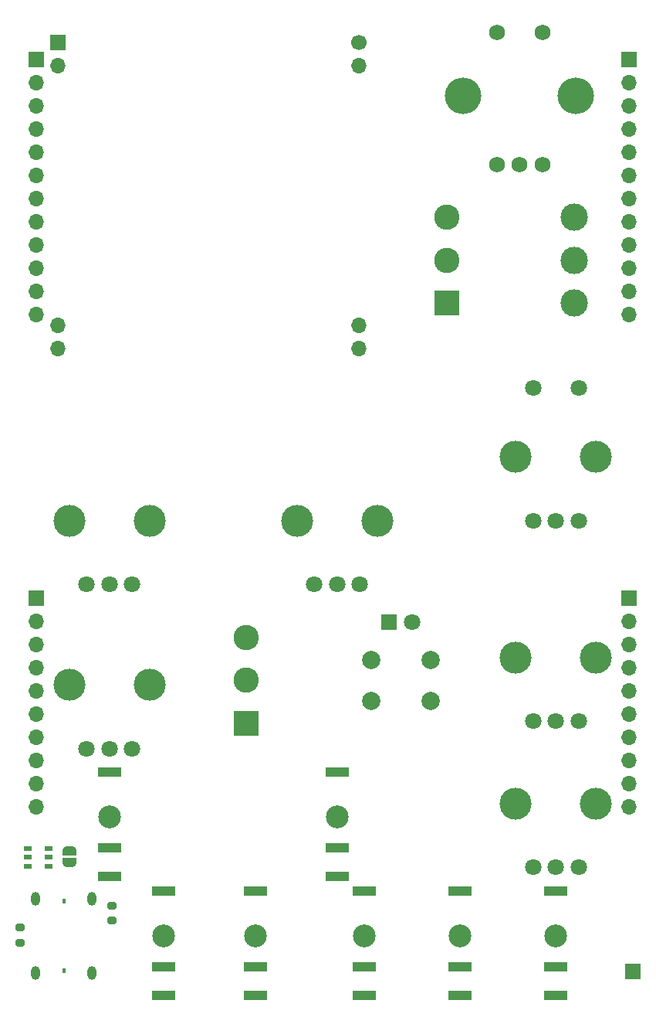
<source format=gbr>
%TF.GenerationSoftware,KiCad,Pcbnew,8.0.1*%
%TF.CreationDate,2024-04-24T15:17:25+01:00*%
%TF.ProjectId,Kishoof_Controls,4b697368-6f6f-4665-9f43-6f6e74726f6c,rev?*%
%TF.SameCoordinates,Original*%
%TF.FileFunction,Soldermask,Bot*%
%TF.FilePolarity,Negative*%
%FSLAX46Y46*%
G04 Gerber Fmt 4.6, Leading zero omitted, Abs format (unit mm)*
G04 Created by KiCad (PCBNEW 8.0.1) date 2024-04-24 15:17:25*
%MOMM*%
%LPD*%
G01*
G04 APERTURE LIST*
G04 Aperture macros list*
%AMRoundRect*
0 Rectangle with rounded corners*
0 $1 Rounding radius*
0 $2 $3 $4 $5 $6 $7 $8 $9 X,Y pos of 4 corners*
0 Add a 4 corners polygon primitive as box body*
4,1,4,$2,$3,$4,$5,$6,$7,$8,$9,$2,$3,0*
0 Add four circle primitives for the rounded corners*
1,1,$1+$1,$2,$3*
1,1,$1+$1,$4,$5*
1,1,$1+$1,$6,$7*
1,1,$1+$1,$8,$9*
0 Add four rect primitives between the rounded corners*
20,1,$1+$1,$2,$3,$4,$5,0*
20,1,$1+$1,$4,$5,$6,$7,0*
20,1,$1+$1,$6,$7,$8,$9,0*
20,1,$1+$1,$8,$9,$2,$3,0*%
%AMFreePoly0*
4,1,19,0.500000,-0.750000,0.000000,-0.750000,0.000000,-0.744911,-0.071157,-0.744911,-0.207708,-0.704816,-0.327430,-0.627875,-0.420627,-0.520320,-0.479746,-0.390866,-0.500000,-0.250000,-0.500000,0.250000,-0.479746,0.390866,-0.420627,0.520320,-0.327430,0.627875,-0.207708,0.704816,-0.071157,0.744911,0.000000,0.744911,0.000000,0.750000,0.500000,0.750000,0.500000,-0.750000,0.500000,-0.750000,
$1*%
%AMFreePoly1*
4,1,19,0.000000,0.744911,0.071157,0.744911,0.207708,0.704816,0.327430,0.627875,0.420627,0.520320,0.479746,0.390866,0.500000,0.250000,0.500000,-0.250000,0.479746,-0.390866,0.420627,-0.520320,0.327430,-0.627875,0.207708,-0.704816,0.071157,-0.744911,0.000000,-0.744911,0.000000,-0.750000,-0.500000,-0.750000,-0.500000,0.750000,0.000000,0.750000,0.000000,0.744911,0.000000,0.744911,
$1*%
G04 Aperture macros list end*
%ADD10R,1.700000X1.700000*%
%ADD11O,1.700000X1.700000*%
%ADD12C,1.700000*%
%ADD13C,2.500000*%
%ADD14R,2.500000X1.000000*%
%ADD15O,0.400000X0.600000*%
%ADD16O,1.000000X1.500000*%
%ADD17R,1.800000X1.800000*%
%ADD18C,1.800000*%
%ADD19C,1.750000*%
%ADD20O,4.000000X4.000000*%
%ADD21C,3.500000*%
%ADD22C,2.000000*%
%ADD23C,3.000000*%
%ADD24R,2.775000X2.775000*%
%ADD25C,2.775000*%
%ADD26R,0.950000X0.600000*%
%ADD27RoundRect,0.200000X0.275000X-0.200000X0.275000X0.200000X-0.275000X0.200000X-0.275000X-0.200000X0*%
%ADD28FreePoly0,90.000000*%
%ADD29FreePoly1,90.000000*%
G04 APERTURE END LIST*
D10*
%TO.C,U2*%
X60400000Y-43100000D03*
D11*
X60400000Y-45640000D03*
D12*
X93400000Y-43100000D03*
D11*
X93400000Y-45640000D03*
X60400000Y-74100000D03*
X60400000Y-76640000D03*
X93400000Y-74100000D03*
X93400000Y-76640000D03*
%TD*%
D13*
%TO.C,J9*%
X94000000Y-141000000D03*
D14*
X94000000Y-147480000D03*
X94000000Y-144380000D03*
X94000000Y-136080000D03*
%TD*%
D15*
%TO.C,J12*%
X61000000Y-144775000D03*
X61000000Y-137225000D03*
D16*
X57930000Y-145100000D03*
X64070000Y-145100000D03*
X57930000Y-136900000D03*
X64070000Y-136900000D03*
%TD*%
D13*
%TO.C,J11*%
X82000000Y-141000000D03*
D14*
X82000000Y-147480000D03*
X82000000Y-144380000D03*
X82000000Y-136080000D03*
%TD*%
D13*
%TO.C,J7*%
X115000000Y-141000000D03*
D14*
X115000000Y-147480000D03*
X115000000Y-144380000D03*
X115000000Y-136080000D03*
%TD*%
D17*
%TO.C,D1*%
X96700000Y-106600000D03*
D18*
X99240000Y-106600000D03*
%TD*%
D19*
%TO.C,SW5*%
X108500000Y-56500000D03*
X113500000Y-56500000D03*
X111000000Y-56500000D03*
X108500000Y-42000000D03*
X113500000Y-42000000D03*
D20*
X104800000Y-49000000D03*
X117200000Y-49000000D03*
%TD*%
D21*
%TO.C,WarpType1*%
X110600000Y-88500000D03*
X119400000Y-88500000D03*
D18*
X117500000Y-95500000D03*
X115000000Y-95500000D03*
X112500000Y-95500000D03*
X112500000Y-81000000D03*
X117500000Y-81000000D03*
%TD*%
D13*
%TO.C,J8*%
X104500000Y-141000000D03*
D14*
X104500000Y-147480000D03*
X104500000Y-144380000D03*
X104500000Y-136080000D03*
%TD*%
D21*
%TO.C,WavetableBPot1*%
X86600000Y-95500000D03*
X95400000Y-95500000D03*
D18*
X93500000Y-102500000D03*
X91000000Y-102500000D03*
X88500000Y-102500000D03*
%TD*%
D21*
%TO.C,WarpAmtTrm1*%
X110600000Y-126500000D03*
X119400000Y-126500000D03*
D18*
X117500000Y-133500000D03*
X115000000Y-133500000D03*
X112500000Y-133500000D03*
%TD*%
D13*
%TO.C,J10*%
X72000000Y-141000000D03*
D14*
X72000000Y-147480000D03*
X72000000Y-144380000D03*
X72000000Y-136080000D03*
%TD*%
D22*
%TO.C,SW1*%
X94750000Y-110750000D03*
X101250000Y-110750000D03*
X94750000Y-115250000D03*
X101250000Y-115250000D03*
%TD*%
D23*
%TO.C,SW2*%
X117000000Y-71700000D03*
X117000000Y-67000000D03*
X117000000Y-62300000D03*
%TD*%
D13*
%TO.C,J5*%
X66000000Y-128000000D03*
D14*
X66000000Y-134480000D03*
X66000000Y-131380000D03*
X66000000Y-123080000D03*
%TD*%
D21*
%TO.C,WavetableATrm1*%
X61600000Y-113500000D03*
X70400000Y-113500000D03*
D18*
X68500000Y-120500000D03*
X66000000Y-120500000D03*
X63500000Y-120500000D03*
%TD*%
D21*
%TO.C,WavetableAPot1*%
X61600000Y-95500000D03*
X70400000Y-95500000D03*
D18*
X68500000Y-102500000D03*
X66000000Y-102500000D03*
X63500000Y-102500000D03*
%TD*%
D24*
%TO.C,SW4*%
X81000000Y-117700000D03*
D25*
X81000000Y-113000000D03*
X81000000Y-108300000D03*
%TD*%
D13*
%TO.C,J6*%
X91000000Y-128000000D03*
D14*
X91000000Y-134480000D03*
X91000000Y-131380000D03*
X91000000Y-123080000D03*
%TD*%
D21*
%TO.C,WarpAmtPot1*%
X110600000Y-110500000D03*
X119400000Y-110500000D03*
D18*
X117500000Y-117500000D03*
X115000000Y-117500000D03*
X112500000Y-117500000D03*
%TD*%
D24*
%TO.C,SW3*%
X103000000Y-71700000D03*
D25*
X103000000Y-67000000D03*
X103000000Y-62300000D03*
%TD*%
D10*
%TO.C,J1*%
X58000000Y-45000000D03*
D11*
X58000000Y-47540000D03*
X58000000Y-50080000D03*
X58000000Y-52620000D03*
X58000000Y-55160000D03*
X58000000Y-57700000D03*
X58000000Y-60240000D03*
X58000000Y-62780000D03*
X58000000Y-65320000D03*
X58000000Y-67860000D03*
X58000000Y-70400000D03*
X58000000Y-72940000D03*
%TD*%
D10*
%TO.C,J3*%
X58000000Y-104000000D03*
D11*
X58000000Y-106540000D03*
X58000000Y-109080000D03*
X58000000Y-111620000D03*
X58000000Y-114160000D03*
X58000000Y-116700000D03*
X58000000Y-119240000D03*
X58000000Y-121780000D03*
X58000000Y-124320000D03*
X58000000Y-126860000D03*
%TD*%
D10*
%TO.C,J14*%
X123400000Y-144900000D03*
%TD*%
D26*
%TO.C,U1*%
X59325000Y-131450000D03*
X59325000Y-132400000D03*
X59325000Y-133350000D03*
X57075000Y-133350000D03*
X57075000Y-132400000D03*
X57075000Y-131450000D03*
%TD*%
D27*
%TO.C,R1*%
X56200000Y-141725000D03*
X56200000Y-140075000D03*
%TD*%
D10*
%TO.C,J2*%
X123000000Y-45000000D03*
D11*
X123000000Y-47540000D03*
X123000000Y-50080000D03*
X123000000Y-52620000D03*
X123000000Y-55160000D03*
X123000000Y-57700000D03*
X123000000Y-60240000D03*
X123000000Y-62780000D03*
X123000000Y-65320000D03*
X123000000Y-67860000D03*
X123000000Y-70400000D03*
X123000000Y-72940000D03*
%TD*%
D28*
%TO.C,JP1*%
X61600000Y-132950000D03*
D29*
X61600000Y-131650000D03*
%TD*%
D10*
%TO.C,J4*%
X123000000Y-104000000D03*
D11*
X123000000Y-106540000D03*
X123000000Y-109080000D03*
X123000000Y-111620000D03*
X123000000Y-114160000D03*
X123000000Y-116700000D03*
X123000000Y-119240000D03*
X123000000Y-121780000D03*
X123000000Y-124320000D03*
X123000000Y-126860000D03*
%TD*%
D27*
%TO.C,R2*%
X66300000Y-139325000D03*
X66300000Y-137675000D03*
%TD*%
M02*

</source>
